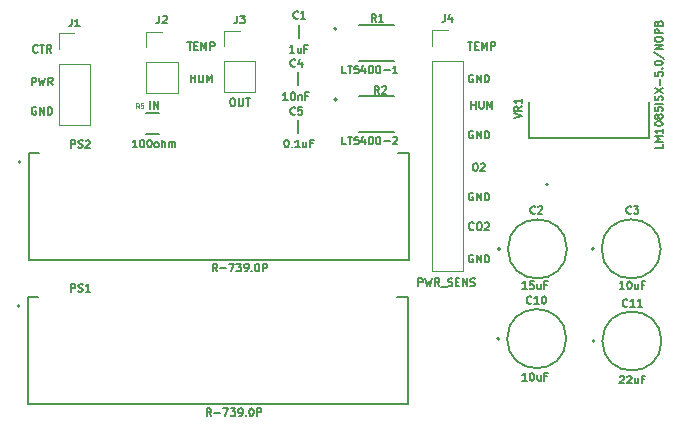
<source format=gbr>
%TF.GenerationSoftware,KiCad,Pcbnew,(6.0.5)*%
%TF.CreationDate,2023-06-19T13:08:36+02:00*%
%TF.ProjectId,PCB_Hoja,5043425f-486f-46a6-912e-6b696361645f,rev?*%
%TF.SameCoordinates,Original*%
%TF.FileFunction,Legend,Top*%
%TF.FilePolarity,Positive*%
%FSLAX46Y46*%
G04 Gerber Fmt 4.6, Leading zero omitted, Abs format (unit mm)*
G04 Created by KiCad (PCBNEW (6.0.5)) date 2023-06-19 13:08:36*
%MOMM*%
%LPD*%
G01*
G04 APERTURE LIST*
%ADD10C,0.150000*%
%ADD11C,0.098425*%
%ADD12C,0.127000*%
%ADD13C,0.200000*%
%ADD14C,0.120000*%
G04 APERTURE END LIST*
D10*
X129053571Y-78794047D02*
X128682142Y-78794047D01*
X128867857Y-78794047D02*
X128867857Y-78144047D01*
X128805952Y-78236904D01*
X128744047Y-78298809D01*
X128682142Y-78329761D01*
X129455952Y-78144047D02*
X129517857Y-78144047D01*
X129579761Y-78175000D01*
X129610714Y-78205952D01*
X129641666Y-78267857D01*
X129672619Y-78391666D01*
X129672619Y-78546428D01*
X129641666Y-78670238D01*
X129610714Y-78732142D01*
X129579761Y-78763095D01*
X129517857Y-78794047D01*
X129455952Y-78794047D01*
X129394047Y-78763095D01*
X129363095Y-78732142D01*
X129332142Y-78670238D01*
X129301190Y-78546428D01*
X129301190Y-78391666D01*
X129332142Y-78267857D01*
X129363095Y-78205952D01*
X129394047Y-78175000D01*
X129455952Y-78144047D01*
X129951190Y-78360714D02*
X129951190Y-78794047D01*
X129951190Y-78422619D02*
X129982142Y-78391666D01*
X130044047Y-78360714D01*
X130136904Y-78360714D01*
X130198809Y-78391666D01*
X130229761Y-78453571D01*
X130229761Y-78794047D01*
X130755952Y-78453571D02*
X130539285Y-78453571D01*
X130539285Y-78794047D02*
X130539285Y-78144047D01*
X130848809Y-78144047D01*
X120852380Y-77294047D02*
X120852380Y-76644047D01*
X120852380Y-76953571D02*
X121223809Y-76953571D01*
X121223809Y-77294047D02*
X121223809Y-76644047D01*
X121533333Y-76644047D02*
X121533333Y-77170238D01*
X121564285Y-77232142D01*
X121595238Y-77263095D01*
X121657142Y-77294047D01*
X121780952Y-77294047D01*
X121842857Y-77263095D01*
X121873809Y-77232142D01*
X121904761Y-77170238D01*
X121904761Y-76644047D01*
X122214285Y-77294047D02*
X122214285Y-76644047D01*
X122430952Y-77108333D01*
X122647619Y-76644047D01*
X122647619Y-77294047D01*
X157182142Y-102205952D02*
X157213095Y-102175000D01*
X157275000Y-102144047D01*
X157429761Y-102144047D01*
X157491666Y-102175000D01*
X157522619Y-102205952D01*
X157553571Y-102267857D01*
X157553571Y-102329761D01*
X157522619Y-102422619D01*
X157151190Y-102794047D01*
X157553571Y-102794047D01*
X157801190Y-102205952D02*
X157832142Y-102175000D01*
X157894047Y-102144047D01*
X158048809Y-102144047D01*
X158110714Y-102175000D01*
X158141666Y-102205952D01*
X158172619Y-102267857D01*
X158172619Y-102329761D01*
X158141666Y-102422619D01*
X157770238Y-102794047D01*
X158172619Y-102794047D01*
X158729761Y-102360714D02*
X158729761Y-102794047D01*
X158451190Y-102360714D02*
X158451190Y-102701190D01*
X158482142Y-102763095D01*
X158544047Y-102794047D01*
X158636904Y-102794047D01*
X158698809Y-102763095D01*
X158729761Y-102732142D01*
X159255952Y-102453571D02*
X159039285Y-102453571D01*
X159039285Y-102794047D02*
X159039285Y-102144047D01*
X159348809Y-102144047D01*
X116295238Y-82794047D02*
X115923809Y-82794047D01*
X116109523Y-82794047D02*
X116109523Y-82144047D01*
X116047619Y-82236904D01*
X115985714Y-82298809D01*
X115923809Y-82329761D01*
X116697619Y-82144047D02*
X116759523Y-82144047D01*
X116821428Y-82175000D01*
X116852380Y-82205952D01*
X116883333Y-82267857D01*
X116914285Y-82391666D01*
X116914285Y-82546428D01*
X116883333Y-82670238D01*
X116852380Y-82732142D01*
X116821428Y-82763095D01*
X116759523Y-82794047D01*
X116697619Y-82794047D01*
X116635714Y-82763095D01*
X116604761Y-82732142D01*
X116573809Y-82670238D01*
X116542857Y-82546428D01*
X116542857Y-82391666D01*
X116573809Y-82267857D01*
X116604761Y-82205952D01*
X116635714Y-82175000D01*
X116697619Y-82144047D01*
X117316666Y-82144047D02*
X117378571Y-82144047D01*
X117440476Y-82175000D01*
X117471428Y-82205952D01*
X117502380Y-82267857D01*
X117533333Y-82391666D01*
X117533333Y-82546428D01*
X117502380Y-82670238D01*
X117471428Y-82732142D01*
X117440476Y-82763095D01*
X117378571Y-82794047D01*
X117316666Y-82794047D01*
X117254761Y-82763095D01*
X117223809Y-82732142D01*
X117192857Y-82670238D01*
X117161904Y-82546428D01*
X117161904Y-82391666D01*
X117192857Y-82267857D01*
X117223809Y-82205952D01*
X117254761Y-82175000D01*
X117316666Y-82144047D01*
X117904761Y-82794047D02*
X117842857Y-82763095D01*
X117811904Y-82732142D01*
X117780952Y-82670238D01*
X117780952Y-82484523D01*
X117811904Y-82422619D01*
X117842857Y-82391666D01*
X117904761Y-82360714D01*
X117997619Y-82360714D01*
X118059523Y-82391666D01*
X118090476Y-82422619D01*
X118121428Y-82484523D01*
X118121428Y-82670238D01*
X118090476Y-82732142D01*
X118059523Y-82763095D01*
X117997619Y-82794047D01*
X117904761Y-82794047D01*
X118400000Y-82794047D02*
X118400000Y-82144047D01*
X118678571Y-82794047D02*
X118678571Y-82453571D01*
X118647619Y-82391666D01*
X118585714Y-82360714D01*
X118492857Y-82360714D01*
X118430952Y-82391666D01*
X118400000Y-82422619D01*
X118988095Y-82794047D02*
X118988095Y-82360714D01*
X118988095Y-82422619D02*
X119019047Y-82391666D01*
X119080952Y-82360714D01*
X119173809Y-82360714D01*
X119235714Y-82391666D01*
X119266666Y-82453571D01*
X119266666Y-82794047D01*
X119266666Y-82453571D02*
X119297619Y-82391666D01*
X119359523Y-82360714D01*
X119452380Y-82360714D01*
X119514285Y-82391666D01*
X119545238Y-82453571D01*
X119545238Y-82794047D01*
X107878571Y-74732142D02*
X107847619Y-74763095D01*
X107754761Y-74794047D01*
X107692857Y-74794047D01*
X107600000Y-74763095D01*
X107538095Y-74701190D01*
X107507142Y-74639285D01*
X107476190Y-74515476D01*
X107476190Y-74422619D01*
X107507142Y-74298809D01*
X107538095Y-74236904D01*
X107600000Y-74175000D01*
X107692857Y-74144047D01*
X107754761Y-74144047D01*
X107847619Y-74175000D01*
X107878571Y-74205952D01*
X108064285Y-74144047D02*
X108435714Y-74144047D01*
X108250000Y-74794047D02*
X108250000Y-74144047D01*
X109023809Y-74794047D02*
X108807142Y-74484523D01*
X108652380Y-74794047D02*
X108652380Y-74144047D01*
X108900000Y-74144047D01*
X108961904Y-74175000D01*
X108992857Y-74205952D01*
X109023809Y-74267857D01*
X109023809Y-74360714D01*
X108992857Y-74422619D01*
X108961904Y-74453571D01*
X108900000Y-74484523D01*
X108652380Y-74484523D01*
X144801190Y-89732142D02*
X144770238Y-89763095D01*
X144677380Y-89794047D01*
X144615476Y-89794047D01*
X144522619Y-89763095D01*
X144460714Y-89701190D01*
X144429761Y-89639285D01*
X144398809Y-89515476D01*
X144398809Y-89422619D01*
X144429761Y-89298809D01*
X144460714Y-89236904D01*
X144522619Y-89175000D01*
X144615476Y-89144047D01*
X144677380Y-89144047D01*
X144770238Y-89175000D01*
X144801190Y-89205952D01*
X145203571Y-89144047D02*
X145327380Y-89144047D01*
X145389285Y-89175000D01*
X145451190Y-89236904D01*
X145482142Y-89360714D01*
X145482142Y-89577380D01*
X145451190Y-89701190D01*
X145389285Y-89763095D01*
X145327380Y-89794047D01*
X145203571Y-89794047D01*
X145141666Y-89763095D01*
X145079761Y-89701190D01*
X145048809Y-89577380D01*
X145048809Y-89360714D01*
X145079761Y-89236904D01*
X145141666Y-89175000D01*
X145203571Y-89144047D01*
X145729761Y-89205952D02*
X145760714Y-89175000D01*
X145822619Y-89144047D01*
X145977380Y-89144047D01*
X146039285Y-89175000D01*
X146070238Y-89205952D01*
X146101190Y-89267857D01*
X146101190Y-89329761D01*
X146070238Y-89422619D01*
X145698809Y-89794047D01*
X146101190Y-89794047D01*
X140132142Y-94544047D02*
X140132142Y-93894047D01*
X140379761Y-93894047D01*
X140441666Y-93925000D01*
X140472619Y-93955952D01*
X140503571Y-94017857D01*
X140503571Y-94110714D01*
X140472619Y-94172619D01*
X140441666Y-94203571D01*
X140379761Y-94234523D01*
X140132142Y-94234523D01*
X140720238Y-93894047D02*
X140875000Y-94544047D01*
X140998809Y-94079761D01*
X141122619Y-94544047D01*
X141277380Y-93894047D01*
X141896428Y-94544047D02*
X141679761Y-94234523D01*
X141525000Y-94544047D02*
X141525000Y-93894047D01*
X141772619Y-93894047D01*
X141834523Y-93925000D01*
X141865476Y-93955952D01*
X141896428Y-94017857D01*
X141896428Y-94110714D01*
X141865476Y-94172619D01*
X141834523Y-94203571D01*
X141772619Y-94234523D01*
X141525000Y-94234523D01*
X142020238Y-94605952D02*
X142515476Y-94605952D01*
X142639285Y-94513095D02*
X142732142Y-94544047D01*
X142886904Y-94544047D01*
X142948809Y-94513095D01*
X142979761Y-94482142D01*
X143010714Y-94420238D01*
X143010714Y-94358333D01*
X142979761Y-94296428D01*
X142948809Y-94265476D01*
X142886904Y-94234523D01*
X142763095Y-94203571D01*
X142701190Y-94172619D01*
X142670238Y-94141666D01*
X142639285Y-94079761D01*
X142639285Y-94017857D01*
X142670238Y-93955952D01*
X142701190Y-93925000D01*
X142763095Y-93894047D01*
X142917857Y-93894047D01*
X143010714Y-93925000D01*
X143289285Y-94203571D02*
X143505952Y-94203571D01*
X143598809Y-94544047D02*
X143289285Y-94544047D01*
X143289285Y-93894047D01*
X143598809Y-93894047D01*
X143877380Y-94544047D02*
X143877380Y-93894047D01*
X144248809Y-94544047D01*
X144248809Y-93894047D01*
X144527380Y-94513095D02*
X144620238Y-94544047D01*
X144775000Y-94544047D01*
X144836904Y-94513095D01*
X144867857Y-94482142D01*
X144898809Y-94420238D01*
X144898809Y-94358333D01*
X144867857Y-94296428D01*
X144836904Y-94265476D01*
X144775000Y-94234523D01*
X144651190Y-94203571D01*
X144589285Y-94172619D01*
X144558333Y-94141666D01*
X144527380Y-94079761D01*
X144527380Y-94017857D01*
X144558333Y-93955952D01*
X144589285Y-93925000D01*
X144651190Y-93894047D01*
X144805952Y-93894047D01*
X144898809Y-93925000D01*
X134003571Y-82544047D02*
X133694047Y-82544047D01*
X133694047Y-81894047D01*
X134127380Y-81894047D02*
X134498809Y-81894047D01*
X134313095Y-82544047D02*
X134313095Y-81894047D01*
X135025000Y-81894047D02*
X134715476Y-81894047D01*
X134684523Y-82203571D01*
X134715476Y-82172619D01*
X134777380Y-82141666D01*
X134932142Y-82141666D01*
X134994047Y-82172619D01*
X135025000Y-82203571D01*
X135055952Y-82265476D01*
X135055952Y-82420238D01*
X135025000Y-82482142D01*
X134994047Y-82513095D01*
X134932142Y-82544047D01*
X134777380Y-82544047D01*
X134715476Y-82513095D01*
X134684523Y-82482142D01*
X135613095Y-82110714D02*
X135613095Y-82544047D01*
X135458333Y-81863095D02*
X135303571Y-82327380D01*
X135705952Y-82327380D01*
X136077380Y-81894047D02*
X136139285Y-81894047D01*
X136201190Y-81925000D01*
X136232142Y-81955952D01*
X136263095Y-82017857D01*
X136294047Y-82141666D01*
X136294047Y-82296428D01*
X136263095Y-82420238D01*
X136232142Y-82482142D01*
X136201190Y-82513095D01*
X136139285Y-82544047D01*
X136077380Y-82544047D01*
X136015476Y-82513095D01*
X135984523Y-82482142D01*
X135953571Y-82420238D01*
X135922619Y-82296428D01*
X135922619Y-82141666D01*
X135953571Y-82017857D01*
X135984523Y-81955952D01*
X136015476Y-81925000D01*
X136077380Y-81894047D01*
X136696428Y-81894047D02*
X136758333Y-81894047D01*
X136820238Y-81925000D01*
X136851190Y-81955952D01*
X136882142Y-82017857D01*
X136913095Y-82141666D01*
X136913095Y-82296428D01*
X136882142Y-82420238D01*
X136851190Y-82482142D01*
X136820238Y-82513095D01*
X136758333Y-82544047D01*
X136696428Y-82544047D01*
X136634523Y-82513095D01*
X136603571Y-82482142D01*
X136572619Y-82420238D01*
X136541666Y-82296428D01*
X136541666Y-82141666D01*
X136572619Y-82017857D01*
X136603571Y-81955952D01*
X136634523Y-81925000D01*
X136696428Y-81894047D01*
X137191666Y-82296428D02*
X137686904Y-82296428D01*
X137965476Y-81955952D02*
X137996428Y-81925000D01*
X138058333Y-81894047D01*
X138213095Y-81894047D01*
X138275000Y-81925000D01*
X138305952Y-81955952D01*
X138336904Y-82017857D01*
X138336904Y-82079761D01*
X138305952Y-82172619D01*
X137934523Y-82544047D01*
X138336904Y-82544047D01*
X129613095Y-74794047D02*
X129241666Y-74794047D01*
X129427380Y-74794047D02*
X129427380Y-74144047D01*
X129365476Y-74236904D01*
X129303571Y-74298809D01*
X129241666Y-74329761D01*
X130170238Y-74360714D02*
X130170238Y-74794047D01*
X129891666Y-74360714D02*
X129891666Y-74701190D01*
X129922619Y-74763095D01*
X129984523Y-74794047D01*
X130077380Y-74794047D01*
X130139285Y-74763095D01*
X130170238Y-74732142D01*
X130696428Y-74453571D02*
X130479761Y-74453571D01*
X130479761Y-74794047D02*
X130479761Y-74144047D01*
X130789285Y-74144047D01*
X128932142Y-82144047D02*
X128994047Y-82144047D01*
X129055952Y-82175000D01*
X129086904Y-82205952D01*
X129117857Y-82267857D01*
X129148809Y-82391666D01*
X129148809Y-82546428D01*
X129117857Y-82670238D01*
X129086904Y-82732142D01*
X129055952Y-82763095D01*
X128994047Y-82794047D01*
X128932142Y-82794047D01*
X128870238Y-82763095D01*
X128839285Y-82732142D01*
X128808333Y-82670238D01*
X128777380Y-82546428D01*
X128777380Y-82391666D01*
X128808333Y-82267857D01*
X128839285Y-82205952D01*
X128870238Y-82175000D01*
X128932142Y-82144047D01*
X129427380Y-82732142D02*
X129458333Y-82763095D01*
X129427380Y-82794047D01*
X129396428Y-82763095D01*
X129427380Y-82732142D01*
X129427380Y-82794047D01*
X130077380Y-82794047D02*
X129705952Y-82794047D01*
X129891666Y-82794047D02*
X129891666Y-82144047D01*
X129829761Y-82236904D01*
X129767857Y-82298809D01*
X129705952Y-82329761D01*
X130634523Y-82360714D02*
X130634523Y-82794047D01*
X130355952Y-82360714D02*
X130355952Y-82701190D01*
X130386904Y-82763095D01*
X130448809Y-82794047D01*
X130541666Y-82794047D01*
X130603571Y-82763095D01*
X130634523Y-82732142D01*
X131160714Y-82453571D02*
X130944047Y-82453571D01*
X130944047Y-82794047D02*
X130944047Y-82144047D01*
X131253571Y-82144047D01*
X149303571Y-102544047D02*
X148932142Y-102544047D01*
X149117857Y-102544047D02*
X149117857Y-101894047D01*
X149055952Y-101986904D01*
X148994047Y-102048809D01*
X148932142Y-102079761D01*
X149705952Y-101894047D02*
X149767857Y-101894047D01*
X149829761Y-101925000D01*
X149860714Y-101955952D01*
X149891666Y-102017857D01*
X149922619Y-102141666D01*
X149922619Y-102296428D01*
X149891666Y-102420238D01*
X149860714Y-102482142D01*
X149829761Y-102513095D01*
X149767857Y-102544047D01*
X149705952Y-102544047D01*
X149644047Y-102513095D01*
X149613095Y-102482142D01*
X149582142Y-102420238D01*
X149551190Y-102296428D01*
X149551190Y-102141666D01*
X149582142Y-102017857D01*
X149613095Y-101955952D01*
X149644047Y-101925000D01*
X149705952Y-101894047D01*
X150479761Y-102110714D02*
X150479761Y-102544047D01*
X150201190Y-102110714D02*
X150201190Y-102451190D01*
X150232142Y-102513095D01*
X150294047Y-102544047D01*
X150386904Y-102544047D01*
X150448809Y-102513095D01*
X150479761Y-102482142D01*
X151005952Y-102203571D02*
X150789285Y-102203571D01*
X150789285Y-102544047D02*
X150789285Y-101894047D01*
X151098809Y-101894047D01*
X144323809Y-73894047D02*
X144695238Y-73894047D01*
X144509523Y-74544047D02*
X144509523Y-73894047D01*
X144911904Y-74203571D02*
X145128571Y-74203571D01*
X145221428Y-74544047D02*
X144911904Y-74544047D01*
X144911904Y-73894047D01*
X145221428Y-73894047D01*
X145500000Y-74544047D02*
X145500000Y-73894047D01*
X145716666Y-74358333D01*
X145933333Y-73894047D01*
X145933333Y-74544047D01*
X146242857Y-74544047D02*
X146242857Y-73894047D01*
X146490476Y-73894047D01*
X146552380Y-73925000D01*
X146583333Y-73955952D01*
X146614285Y-74017857D01*
X146614285Y-74110714D01*
X146583333Y-74172619D01*
X146552380Y-74203571D01*
X146490476Y-74234523D01*
X146242857Y-74234523D01*
X160794047Y-82529761D02*
X160794047Y-82839285D01*
X160144047Y-82839285D01*
X160794047Y-82313095D02*
X160144047Y-82313095D01*
X160608333Y-82096428D01*
X160144047Y-81879761D01*
X160794047Y-81879761D01*
X160794047Y-81229761D02*
X160794047Y-81601190D01*
X160794047Y-81415476D02*
X160144047Y-81415476D01*
X160236904Y-81477380D01*
X160298809Y-81539285D01*
X160329761Y-81601190D01*
X160144047Y-80827380D02*
X160144047Y-80765476D01*
X160175000Y-80703571D01*
X160205952Y-80672619D01*
X160267857Y-80641666D01*
X160391666Y-80610714D01*
X160546428Y-80610714D01*
X160670238Y-80641666D01*
X160732142Y-80672619D01*
X160763095Y-80703571D01*
X160794047Y-80765476D01*
X160794047Y-80827380D01*
X160763095Y-80889285D01*
X160732142Y-80920238D01*
X160670238Y-80951190D01*
X160546428Y-80982142D01*
X160391666Y-80982142D01*
X160267857Y-80951190D01*
X160205952Y-80920238D01*
X160175000Y-80889285D01*
X160144047Y-80827380D01*
X160422619Y-80239285D02*
X160391666Y-80301190D01*
X160360714Y-80332142D01*
X160298809Y-80363095D01*
X160267857Y-80363095D01*
X160205952Y-80332142D01*
X160175000Y-80301190D01*
X160144047Y-80239285D01*
X160144047Y-80115476D01*
X160175000Y-80053571D01*
X160205952Y-80022619D01*
X160267857Y-79991666D01*
X160298809Y-79991666D01*
X160360714Y-80022619D01*
X160391666Y-80053571D01*
X160422619Y-80115476D01*
X160422619Y-80239285D01*
X160453571Y-80301190D01*
X160484523Y-80332142D01*
X160546428Y-80363095D01*
X160670238Y-80363095D01*
X160732142Y-80332142D01*
X160763095Y-80301190D01*
X160794047Y-80239285D01*
X160794047Y-80115476D01*
X160763095Y-80053571D01*
X160732142Y-80022619D01*
X160670238Y-79991666D01*
X160546428Y-79991666D01*
X160484523Y-80022619D01*
X160453571Y-80053571D01*
X160422619Y-80115476D01*
X160144047Y-79403571D02*
X160144047Y-79713095D01*
X160453571Y-79744047D01*
X160422619Y-79713095D01*
X160391666Y-79651190D01*
X160391666Y-79496428D01*
X160422619Y-79434523D01*
X160453571Y-79403571D01*
X160515476Y-79372619D01*
X160670238Y-79372619D01*
X160732142Y-79403571D01*
X160763095Y-79434523D01*
X160794047Y-79496428D01*
X160794047Y-79651190D01*
X160763095Y-79713095D01*
X160732142Y-79744047D01*
X160794047Y-79094047D02*
X160144047Y-79094047D01*
X160763095Y-78815476D02*
X160794047Y-78722619D01*
X160794047Y-78567857D01*
X160763095Y-78505952D01*
X160732142Y-78475000D01*
X160670238Y-78444047D01*
X160608333Y-78444047D01*
X160546428Y-78475000D01*
X160515476Y-78505952D01*
X160484523Y-78567857D01*
X160453571Y-78691666D01*
X160422619Y-78753571D01*
X160391666Y-78784523D01*
X160329761Y-78815476D01*
X160267857Y-78815476D01*
X160205952Y-78784523D01*
X160175000Y-78753571D01*
X160144047Y-78691666D01*
X160144047Y-78536904D01*
X160175000Y-78444047D01*
X160144047Y-78227380D02*
X160794047Y-77794047D01*
X160144047Y-77794047D02*
X160794047Y-78227380D01*
X160546428Y-77546428D02*
X160546428Y-77051190D01*
X160144047Y-76432142D02*
X160144047Y-76741666D01*
X160453571Y-76772619D01*
X160422619Y-76741666D01*
X160391666Y-76679761D01*
X160391666Y-76525000D01*
X160422619Y-76463095D01*
X160453571Y-76432142D01*
X160515476Y-76401190D01*
X160670238Y-76401190D01*
X160732142Y-76432142D01*
X160763095Y-76463095D01*
X160794047Y-76525000D01*
X160794047Y-76679761D01*
X160763095Y-76741666D01*
X160732142Y-76772619D01*
X160732142Y-76122619D02*
X160763095Y-76091666D01*
X160794047Y-76122619D01*
X160763095Y-76153571D01*
X160732142Y-76122619D01*
X160794047Y-76122619D01*
X160144047Y-75689285D02*
X160144047Y-75627380D01*
X160175000Y-75565476D01*
X160205952Y-75534523D01*
X160267857Y-75503571D01*
X160391666Y-75472619D01*
X160546428Y-75472619D01*
X160670238Y-75503571D01*
X160732142Y-75534523D01*
X160763095Y-75565476D01*
X160794047Y-75627380D01*
X160794047Y-75689285D01*
X160763095Y-75751190D01*
X160732142Y-75782142D01*
X160670238Y-75813095D01*
X160546428Y-75844047D01*
X160391666Y-75844047D01*
X160267857Y-75813095D01*
X160205952Y-75782142D01*
X160175000Y-75751190D01*
X160144047Y-75689285D01*
X160113095Y-74729761D02*
X160948809Y-75286904D01*
X160794047Y-74513095D02*
X160144047Y-74513095D01*
X160794047Y-74141666D01*
X160144047Y-74141666D01*
X160144047Y-73708333D02*
X160144047Y-73584523D01*
X160175000Y-73522619D01*
X160236904Y-73460714D01*
X160360714Y-73429761D01*
X160577380Y-73429761D01*
X160701190Y-73460714D01*
X160763095Y-73522619D01*
X160794047Y-73584523D01*
X160794047Y-73708333D01*
X160763095Y-73770238D01*
X160701190Y-73832142D01*
X160577380Y-73863095D01*
X160360714Y-73863095D01*
X160236904Y-73832142D01*
X160175000Y-73770238D01*
X160144047Y-73708333D01*
X160794047Y-73151190D02*
X160144047Y-73151190D01*
X160144047Y-72903571D01*
X160175000Y-72841666D01*
X160205952Y-72810714D01*
X160267857Y-72779761D01*
X160360714Y-72779761D01*
X160422619Y-72810714D01*
X160453571Y-72841666D01*
X160484523Y-72903571D01*
X160484523Y-73151190D01*
X160453571Y-72284523D02*
X160484523Y-72191666D01*
X160515476Y-72160714D01*
X160577380Y-72129761D01*
X160670238Y-72129761D01*
X160732142Y-72160714D01*
X160763095Y-72191666D01*
X160794047Y-72253571D01*
X160794047Y-72501190D01*
X160144047Y-72501190D01*
X160144047Y-72284523D01*
X160175000Y-72222619D01*
X160205952Y-72191666D01*
X160267857Y-72160714D01*
X160329761Y-72160714D01*
X160391666Y-72191666D01*
X160422619Y-72222619D01*
X160453571Y-72284523D01*
X160453571Y-72501190D01*
X124350000Y-78644047D02*
X124473809Y-78644047D01*
X124535714Y-78675000D01*
X124597619Y-78736904D01*
X124628571Y-78860714D01*
X124628571Y-79077380D01*
X124597619Y-79201190D01*
X124535714Y-79263095D01*
X124473809Y-79294047D01*
X124350000Y-79294047D01*
X124288095Y-79263095D01*
X124226190Y-79201190D01*
X124195238Y-79077380D01*
X124195238Y-78860714D01*
X124226190Y-78736904D01*
X124288095Y-78675000D01*
X124350000Y-78644047D01*
X124907142Y-78644047D02*
X124907142Y-79170238D01*
X124938095Y-79232142D01*
X124969047Y-79263095D01*
X125030952Y-79294047D01*
X125154761Y-79294047D01*
X125216666Y-79263095D01*
X125247619Y-79232142D01*
X125278571Y-79170238D01*
X125278571Y-78644047D01*
X125495238Y-78644047D02*
X125866666Y-78644047D01*
X125680952Y-79294047D02*
X125680952Y-78644047D01*
X144602380Y-79544047D02*
X144602380Y-78894047D01*
X144602380Y-79203571D02*
X144973809Y-79203571D01*
X144973809Y-79544047D02*
X144973809Y-78894047D01*
X145283333Y-78894047D02*
X145283333Y-79420238D01*
X145314285Y-79482142D01*
X145345238Y-79513095D01*
X145407142Y-79544047D01*
X145530952Y-79544047D01*
X145592857Y-79513095D01*
X145623809Y-79482142D01*
X145654761Y-79420238D01*
X145654761Y-78894047D01*
X145964285Y-79544047D02*
X145964285Y-78894047D01*
X146180952Y-79358333D01*
X146397619Y-78894047D01*
X146397619Y-79544047D01*
X123080952Y-93294047D02*
X122864285Y-92984523D01*
X122709523Y-93294047D02*
X122709523Y-92644047D01*
X122957142Y-92644047D01*
X123019047Y-92675000D01*
X123050000Y-92705952D01*
X123080952Y-92767857D01*
X123080952Y-92860714D01*
X123050000Y-92922619D01*
X123019047Y-92953571D01*
X122957142Y-92984523D01*
X122709523Y-92984523D01*
X123359523Y-93046428D02*
X123854761Y-93046428D01*
X124102380Y-92644047D02*
X124535714Y-92644047D01*
X124257142Y-93294047D01*
X124721428Y-92644047D02*
X125123809Y-92644047D01*
X124907142Y-92891666D01*
X125000000Y-92891666D01*
X125061904Y-92922619D01*
X125092857Y-92953571D01*
X125123809Y-93015476D01*
X125123809Y-93170238D01*
X125092857Y-93232142D01*
X125061904Y-93263095D01*
X125000000Y-93294047D01*
X124814285Y-93294047D01*
X124752380Y-93263095D01*
X124721428Y-93232142D01*
X125433333Y-93294047D02*
X125557142Y-93294047D01*
X125619047Y-93263095D01*
X125650000Y-93232142D01*
X125711904Y-93139285D01*
X125742857Y-93015476D01*
X125742857Y-92767857D01*
X125711904Y-92705952D01*
X125680952Y-92675000D01*
X125619047Y-92644047D01*
X125495238Y-92644047D01*
X125433333Y-92675000D01*
X125402380Y-92705952D01*
X125371428Y-92767857D01*
X125371428Y-92922619D01*
X125402380Y-92984523D01*
X125433333Y-93015476D01*
X125495238Y-93046428D01*
X125619047Y-93046428D01*
X125680952Y-93015476D01*
X125711904Y-92984523D01*
X125742857Y-92922619D01*
X126021428Y-93232142D02*
X126052380Y-93263095D01*
X126021428Y-93294047D01*
X125990476Y-93263095D01*
X126021428Y-93232142D01*
X126021428Y-93294047D01*
X126454761Y-92644047D02*
X126516666Y-92644047D01*
X126578571Y-92675000D01*
X126609523Y-92705952D01*
X126640476Y-92767857D01*
X126671428Y-92891666D01*
X126671428Y-93046428D01*
X126640476Y-93170238D01*
X126609523Y-93232142D01*
X126578571Y-93263095D01*
X126516666Y-93294047D01*
X126454761Y-93294047D01*
X126392857Y-93263095D01*
X126361904Y-93232142D01*
X126330952Y-93170238D01*
X126300000Y-93046428D01*
X126300000Y-92891666D01*
X126330952Y-92767857D01*
X126361904Y-92705952D01*
X126392857Y-92675000D01*
X126454761Y-92644047D01*
X126950000Y-93294047D02*
X126950000Y-92644047D01*
X127197619Y-92644047D01*
X127259523Y-92675000D01*
X127290476Y-92705952D01*
X127321428Y-92767857D01*
X127321428Y-92860714D01*
X127290476Y-92922619D01*
X127259523Y-92953571D01*
X127197619Y-92984523D01*
X126950000Y-92984523D01*
X144754761Y-86675000D02*
X144692857Y-86644047D01*
X144600000Y-86644047D01*
X144507142Y-86675000D01*
X144445238Y-86736904D01*
X144414285Y-86798809D01*
X144383333Y-86922619D01*
X144383333Y-87015476D01*
X144414285Y-87139285D01*
X144445238Y-87201190D01*
X144507142Y-87263095D01*
X144600000Y-87294047D01*
X144661904Y-87294047D01*
X144754761Y-87263095D01*
X144785714Y-87232142D01*
X144785714Y-87015476D01*
X144661904Y-87015476D01*
X145064285Y-87294047D02*
X145064285Y-86644047D01*
X145435714Y-87294047D01*
X145435714Y-86644047D01*
X145745238Y-87294047D02*
X145745238Y-86644047D01*
X145900000Y-86644047D01*
X145992857Y-86675000D01*
X146054761Y-86736904D01*
X146085714Y-86798809D01*
X146116666Y-86922619D01*
X146116666Y-87015476D01*
X146085714Y-87139285D01*
X146054761Y-87201190D01*
X145992857Y-87263095D01*
X145900000Y-87294047D01*
X145745238Y-87294047D01*
X144754761Y-91925000D02*
X144692857Y-91894047D01*
X144600000Y-91894047D01*
X144507142Y-91925000D01*
X144445238Y-91986904D01*
X144414285Y-92048809D01*
X144383333Y-92172619D01*
X144383333Y-92265476D01*
X144414285Y-92389285D01*
X144445238Y-92451190D01*
X144507142Y-92513095D01*
X144600000Y-92544047D01*
X144661904Y-92544047D01*
X144754761Y-92513095D01*
X144785714Y-92482142D01*
X144785714Y-92265476D01*
X144661904Y-92265476D01*
X145064285Y-92544047D02*
X145064285Y-91894047D01*
X145435714Y-92544047D01*
X145435714Y-91894047D01*
X145745238Y-92544047D02*
X145745238Y-91894047D01*
X145900000Y-91894047D01*
X145992857Y-91925000D01*
X146054761Y-91986904D01*
X146085714Y-92048809D01*
X146116666Y-92172619D01*
X146116666Y-92265476D01*
X146085714Y-92389285D01*
X146054761Y-92451190D01*
X145992857Y-92513095D01*
X145900000Y-92544047D01*
X145745238Y-92544047D01*
X157553571Y-94794047D02*
X157182142Y-94794047D01*
X157367857Y-94794047D02*
X157367857Y-94144047D01*
X157305952Y-94236904D01*
X157244047Y-94298809D01*
X157182142Y-94329761D01*
X157955952Y-94144047D02*
X158017857Y-94144047D01*
X158079761Y-94175000D01*
X158110714Y-94205952D01*
X158141666Y-94267857D01*
X158172619Y-94391666D01*
X158172619Y-94546428D01*
X158141666Y-94670238D01*
X158110714Y-94732142D01*
X158079761Y-94763095D01*
X158017857Y-94794047D01*
X157955952Y-94794047D01*
X157894047Y-94763095D01*
X157863095Y-94732142D01*
X157832142Y-94670238D01*
X157801190Y-94546428D01*
X157801190Y-94391666D01*
X157832142Y-94267857D01*
X157863095Y-94205952D01*
X157894047Y-94175000D01*
X157955952Y-94144047D01*
X158729761Y-94360714D02*
X158729761Y-94794047D01*
X158451190Y-94360714D02*
X158451190Y-94701190D01*
X158482142Y-94763095D01*
X158544047Y-94794047D01*
X158636904Y-94794047D01*
X158698809Y-94763095D01*
X158729761Y-94732142D01*
X159255952Y-94453571D02*
X159039285Y-94453571D01*
X159039285Y-94794047D02*
X159039285Y-94144047D01*
X159348809Y-94144047D01*
X149303571Y-94794047D02*
X148932142Y-94794047D01*
X149117857Y-94794047D02*
X149117857Y-94144047D01*
X149055952Y-94236904D01*
X148994047Y-94298809D01*
X148932142Y-94329761D01*
X149891666Y-94144047D02*
X149582142Y-94144047D01*
X149551190Y-94453571D01*
X149582142Y-94422619D01*
X149644047Y-94391666D01*
X149798809Y-94391666D01*
X149860714Y-94422619D01*
X149891666Y-94453571D01*
X149922619Y-94515476D01*
X149922619Y-94670238D01*
X149891666Y-94732142D01*
X149860714Y-94763095D01*
X149798809Y-94794047D01*
X149644047Y-94794047D01*
X149582142Y-94763095D01*
X149551190Y-94732142D01*
X150479761Y-94360714D02*
X150479761Y-94794047D01*
X150201190Y-94360714D02*
X150201190Y-94701190D01*
X150232142Y-94763095D01*
X150294047Y-94794047D01*
X150386904Y-94794047D01*
X150448809Y-94763095D01*
X150479761Y-94732142D01*
X151005952Y-94453571D02*
X150789285Y-94453571D01*
X150789285Y-94794047D02*
X150789285Y-94144047D01*
X151098809Y-94144047D01*
X107383333Y-77544047D02*
X107383333Y-76894047D01*
X107630952Y-76894047D01*
X107692857Y-76925000D01*
X107723809Y-76955952D01*
X107754761Y-77017857D01*
X107754761Y-77110714D01*
X107723809Y-77172619D01*
X107692857Y-77203571D01*
X107630952Y-77234523D01*
X107383333Y-77234523D01*
X107971428Y-76894047D02*
X108126190Y-77544047D01*
X108250000Y-77079761D01*
X108373809Y-77544047D01*
X108528571Y-76894047D01*
X109147619Y-77544047D02*
X108930952Y-77234523D01*
X108776190Y-77544047D02*
X108776190Y-76894047D01*
X109023809Y-76894047D01*
X109085714Y-76925000D01*
X109116666Y-76955952D01*
X109147619Y-77017857D01*
X109147619Y-77110714D01*
X109116666Y-77172619D01*
X109085714Y-77203571D01*
X109023809Y-77234523D01*
X108776190Y-77234523D01*
X122580952Y-105544047D02*
X122364285Y-105234523D01*
X122209523Y-105544047D02*
X122209523Y-104894047D01*
X122457142Y-104894047D01*
X122519047Y-104925000D01*
X122550000Y-104955952D01*
X122580952Y-105017857D01*
X122580952Y-105110714D01*
X122550000Y-105172619D01*
X122519047Y-105203571D01*
X122457142Y-105234523D01*
X122209523Y-105234523D01*
X122859523Y-105296428D02*
X123354761Y-105296428D01*
X123602380Y-104894047D02*
X124035714Y-104894047D01*
X123757142Y-105544047D01*
X124221428Y-104894047D02*
X124623809Y-104894047D01*
X124407142Y-105141666D01*
X124500000Y-105141666D01*
X124561904Y-105172619D01*
X124592857Y-105203571D01*
X124623809Y-105265476D01*
X124623809Y-105420238D01*
X124592857Y-105482142D01*
X124561904Y-105513095D01*
X124500000Y-105544047D01*
X124314285Y-105544047D01*
X124252380Y-105513095D01*
X124221428Y-105482142D01*
X124933333Y-105544047D02*
X125057142Y-105544047D01*
X125119047Y-105513095D01*
X125150000Y-105482142D01*
X125211904Y-105389285D01*
X125242857Y-105265476D01*
X125242857Y-105017857D01*
X125211904Y-104955952D01*
X125180952Y-104925000D01*
X125119047Y-104894047D01*
X124995238Y-104894047D01*
X124933333Y-104925000D01*
X124902380Y-104955952D01*
X124871428Y-105017857D01*
X124871428Y-105172619D01*
X124902380Y-105234523D01*
X124933333Y-105265476D01*
X124995238Y-105296428D01*
X125119047Y-105296428D01*
X125180952Y-105265476D01*
X125211904Y-105234523D01*
X125242857Y-105172619D01*
X125521428Y-105482142D02*
X125552380Y-105513095D01*
X125521428Y-105544047D01*
X125490476Y-105513095D01*
X125521428Y-105482142D01*
X125521428Y-105544047D01*
X125954761Y-104894047D02*
X126016666Y-104894047D01*
X126078571Y-104925000D01*
X126109523Y-104955952D01*
X126140476Y-105017857D01*
X126171428Y-105141666D01*
X126171428Y-105296428D01*
X126140476Y-105420238D01*
X126109523Y-105482142D01*
X126078571Y-105513095D01*
X126016666Y-105544047D01*
X125954761Y-105544047D01*
X125892857Y-105513095D01*
X125861904Y-105482142D01*
X125830952Y-105420238D01*
X125800000Y-105296428D01*
X125800000Y-105141666D01*
X125830952Y-105017857D01*
X125861904Y-104955952D01*
X125892857Y-104925000D01*
X125954761Y-104894047D01*
X126450000Y-105544047D02*
X126450000Y-104894047D01*
X126697619Y-104894047D01*
X126759523Y-104925000D01*
X126790476Y-104955952D01*
X126821428Y-105017857D01*
X126821428Y-105110714D01*
X126790476Y-105172619D01*
X126759523Y-105203571D01*
X126697619Y-105234523D01*
X126450000Y-105234523D01*
X120573809Y-73894047D02*
X120945238Y-73894047D01*
X120759523Y-74544047D02*
X120759523Y-73894047D01*
X121161904Y-74203571D02*
X121378571Y-74203571D01*
X121471428Y-74544047D02*
X121161904Y-74544047D01*
X121161904Y-73894047D01*
X121471428Y-73894047D01*
X121750000Y-74544047D02*
X121750000Y-73894047D01*
X121966666Y-74358333D01*
X122183333Y-73894047D01*
X122183333Y-74544047D01*
X122492857Y-74544047D02*
X122492857Y-73894047D01*
X122740476Y-73894047D01*
X122802380Y-73925000D01*
X122833333Y-73955952D01*
X122864285Y-74017857D01*
X122864285Y-74110714D01*
X122833333Y-74172619D01*
X122802380Y-74203571D01*
X122740476Y-74234523D01*
X122492857Y-74234523D01*
X144878571Y-84144047D02*
X145002380Y-84144047D01*
X145064285Y-84175000D01*
X145126190Y-84236904D01*
X145157142Y-84360714D01*
X145157142Y-84577380D01*
X145126190Y-84701190D01*
X145064285Y-84763095D01*
X145002380Y-84794047D01*
X144878571Y-84794047D01*
X144816666Y-84763095D01*
X144754761Y-84701190D01*
X144723809Y-84577380D01*
X144723809Y-84360714D01*
X144754761Y-84236904D01*
X144816666Y-84175000D01*
X144878571Y-84144047D01*
X145404761Y-84205952D02*
X145435714Y-84175000D01*
X145497619Y-84144047D01*
X145652380Y-84144047D01*
X145714285Y-84175000D01*
X145745238Y-84205952D01*
X145776190Y-84267857D01*
X145776190Y-84329761D01*
X145745238Y-84422619D01*
X145373809Y-84794047D01*
X145776190Y-84794047D01*
X117409523Y-79544047D02*
X117409523Y-78894047D01*
X117719047Y-79544047D02*
X117719047Y-78894047D01*
X118090476Y-79544047D01*
X118090476Y-78894047D01*
X144754761Y-76675000D02*
X144692857Y-76644047D01*
X144600000Y-76644047D01*
X144507142Y-76675000D01*
X144445238Y-76736904D01*
X144414285Y-76798809D01*
X144383333Y-76922619D01*
X144383333Y-77015476D01*
X144414285Y-77139285D01*
X144445238Y-77201190D01*
X144507142Y-77263095D01*
X144600000Y-77294047D01*
X144661904Y-77294047D01*
X144754761Y-77263095D01*
X144785714Y-77232142D01*
X144785714Y-77015476D01*
X144661904Y-77015476D01*
X145064285Y-77294047D02*
X145064285Y-76644047D01*
X145435714Y-77294047D01*
X145435714Y-76644047D01*
X145745238Y-77294047D02*
X145745238Y-76644047D01*
X145900000Y-76644047D01*
X145992857Y-76675000D01*
X146054761Y-76736904D01*
X146085714Y-76798809D01*
X146116666Y-76922619D01*
X146116666Y-77015476D01*
X146085714Y-77139285D01*
X146054761Y-77201190D01*
X145992857Y-77263095D01*
X145900000Y-77294047D01*
X145745238Y-77294047D01*
X134003571Y-76544047D02*
X133694047Y-76544047D01*
X133694047Y-75894047D01*
X134127380Y-75894047D02*
X134498809Y-75894047D01*
X134313095Y-76544047D02*
X134313095Y-75894047D01*
X135025000Y-75894047D02*
X134715476Y-75894047D01*
X134684523Y-76203571D01*
X134715476Y-76172619D01*
X134777380Y-76141666D01*
X134932142Y-76141666D01*
X134994047Y-76172619D01*
X135025000Y-76203571D01*
X135055952Y-76265476D01*
X135055952Y-76420238D01*
X135025000Y-76482142D01*
X134994047Y-76513095D01*
X134932142Y-76544047D01*
X134777380Y-76544047D01*
X134715476Y-76513095D01*
X134684523Y-76482142D01*
X135613095Y-76110714D02*
X135613095Y-76544047D01*
X135458333Y-75863095D02*
X135303571Y-76327380D01*
X135705952Y-76327380D01*
X136077380Y-75894047D02*
X136139285Y-75894047D01*
X136201190Y-75925000D01*
X136232142Y-75955952D01*
X136263095Y-76017857D01*
X136294047Y-76141666D01*
X136294047Y-76296428D01*
X136263095Y-76420238D01*
X136232142Y-76482142D01*
X136201190Y-76513095D01*
X136139285Y-76544047D01*
X136077380Y-76544047D01*
X136015476Y-76513095D01*
X135984523Y-76482142D01*
X135953571Y-76420238D01*
X135922619Y-76296428D01*
X135922619Y-76141666D01*
X135953571Y-76017857D01*
X135984523Y-75955952D01*
X136015476Y-75925000D01*
X136077380Y-75894047D01*
X136696428Y-75894047D02*
X136758333Y-75894047D01*
X136820238Y-75925000D01*
X136851190Y-75955952D01*
X136882142Y-76017857D01*
X136913095Y-76141666D01*
X136913095Y-76296428D01*
X136882142Y-76420238D01*
X136851190Y-76482142D01*
X136820238Y-76513095D01*
X136758333Y-76544047D01*
X136696428Y-76544047D01*
X136634523Y-76513095D01*
X136603571Y-76482142D01*
X136572619Y-76420238D01*
X136541666Y-76296428D01*
X136541666Y-76141666D01*
X136572619Y-76017857D01*
X136603571Y-75955952D01*
X136634523Y-75925000D01*
X136696428Y-75894047D01*
X137191666Y-76296428D02*
X137686904Y-76296428D01*
X138336904Y-76544047D02*
X137965476Y-76544047D01*
X138151190Y-76544047D02*
X138151190Y-75894047D01*
X138089285Y-75986904D01*
X138027380Y-76048809D01*
X137965476Y-76079761D01*
X107754761Y-79425000D02*
X107692857Y-79394047D01*
X107600000Y-79394047D01*
X107507142Y-79425000D01*
X107445238Y-79486904D01*
X107414285Y-79548809D01*
X107383333Y-79672619D01*
X107383333Y-79765476D01*
X107414285Y-79889285D01*
X107445238Y-79951190D01*
X107507142Y-80013095D01*
X107600000Y-80044047D01*
X107661904Y-80044047D01*
X107754761Y-80013095D01*
X107785714Y-79982142D01*
X107785714Y-79765476D01*
X107661904Y-79765476D01*
X108064285Y-80044047D02*
X108064285Y-79394047D01*
X108435714Y-80044047D01*
X108435714Y-79394047D01*
X108745238Y-80044047D02*
X108745238Y-79394047D01*
X108900000Y-79394047D01*
X108992857Y-79425000D01*
X109054761Y-79486904D01*
X109085714Y-79548809D01*
X109116666Y-79672619D01*
X109116666Y-79765476D01*
X109085714Y-79889285D01*
X109054761Y-79951190D01*
X108992857Y-80013095D01*
X108900000Y-80044047D01*
X108745238Y-80044047D01*
X144754761Y-81425000D02*
X144692857Y-81394047D01*
X144600000Y-81394047D01*
X144507142Y-81425000D01*
X144445238Y-81486904D01*
X144414285Y-81548809D01*
X144383333Y-81672619D01*
X144383333Y-81765476D01*
X144414285Y-81889285D01*
X144445238Y-81951190D01*
X144507142Y-82013095D01*
X144600000Y-82044047D01*
X144661904Y-82044047D01*
X144754761Y-82013095D01*
X144785714Y-81982142D01*
X144785714Y-81765476D01*
X144661904Y-81765476D01*
X145064285Y-82044047D02*
X145064285Y-81394047D01*
X145435714Y-82044047D01*
X145435714Y-81394047D01*
X145745238Y-82044047D02*
X145745238Y-81394047D01*
X145900000Y-81394047D01*
X145992857Y-81425000D01*
X146054761Y-81486904D01*
X146085714Y-81548809D01*
X146116666Y-81672619D01*
X146116666Y-81765476D01*
X146085714Y-81889285D01*
X146054761Y-81951190D01*
X145992857Y-82013095D01*
X145900000Y-82044047D01*
X145745238Y-82044047D01*
%TO.C,VR1*%
X148234047Y-80353190D02*
X148884047Y-80136523D01*
X148234047Y-79919857D01*
X148884047Y-79331761D02*
X148574523Y-79548428D01*
X148884047Y-79703190D02*
X148234047Y-79703190D01*
X148234047Y-79455571D01*
X148265000Y-79393666D01*
X148295952Y-79362714D01*
X148357857Y-79331761D01*
X148450714Y-79331761D01*
X148512619Y-79362714D01*
X148543571Y-79393666D01*
X148574523Y-79455571D01*
X148574523Y-79703190D01*
X148884047Y-78712714D02*
X148884047Y-79084142D01*
X148884047Y-78898428D02*
X148234047Y-78898428D01*
X148326904Y-78960333D01*
X148388809Y-79022238D01*
X148419761Y-79084142D01*
D11*
%TO.C,R5*%
X116474383Y-79478102D02*
X116343149Y-79290626D01*
X116249411Y-79478102D02*
X116249411Y-79084401D01*
X116399392Y-79084401D01*
X116436887Y-79103149D01*
X116455635Y-79121897D01*
X116474383Y-79159392D01*
X116474383Y-79215635D01*
X116455635Y-79253130D01*
X116436887Y-79271878D01*
X116399392Y-79290626D01*
X116249411Y-79290626D01*
X116830588Y-79084401D02*
X116643112Y-79084401D01*
X116624364Y-79271878D01*
X116643112Y-79253130D01*
X116680607Y-79234383D01*
X116774345Y-79234383D01*
X116811841Y-79253130D01*
X116830588Y-79271878D01*
X116849336Y-79309373D01*
X116849336Y-79403112D01*
X116830588Y-79440607D01*
X116811841Y-79459355D01*
X116774345Y-79478102D01*
X116680607Y-79478102D01*
X116643112Y-79459355D01*
X116624364Y-79440607D01*
D10*
%TO.C,R2*%
X136797666Y-78272047D02*
X136581000Y-77962523D01*
X136426238Y-78272047D02*
X136426238Y-77622047D01*
X136673857Y-77622047D01*
X136735761Y-77653000D01*
X136766714Y-77683952D01*
X136797666Y-77745857D01*
X136797666Y-77838714D01*
X136766714Y-77900619D01*
X136735761Y-77931571D01*
X136673857Y-77962523D01*
X136426238Y-77962523D01*
X137045285Y-77683952D02*
X137076238Y-77653000D01*
X137138142Y-77622047D01*
X137292904Y-77622047D01*
X137354809Y-77653000D01*
X137385761Y-77683952D01*
X137416714Y-77745857D01*
X137416714Y-77807761D01*
X137385761Y-77900619D01*
X137014333Y-78272047D01*
X137416714Y-78272047D01*
%TO.C,R1*%
X136543666Y-72176047D02*
X136327000Y-71866523D01*
X136172238Y-72176047D02*
X136172238Y-71526047D01*
X136419857Y-71526047D01*
X136481761Y-71557000D01*
X136512714Y-71587952D01*
X136543666Y-71649857D01*
X136543666Y-71742714D01*
X136512714Y-71804619D01*
X136481761Y-71835571D01*
X136419857Y-71866523D01*
X136172238Y-71866523D01*
X137162714Y-72176047D02*
X136791285Y-72176047D01*
X136977000Y-72176047D02*
X136977000Y-71526047D01*
X136915095Y-71618904D01*
X136853190Y-71680809D01*
X136791285Y-71711761D01*
%TO.C,PS2*%
X110716714Y-82844047D02*
X110716714Y-82194047D01*
X110964333Y-82194047D01*
X111026238Y-82225000D01*
X111057190Y-82255952D01*
X111088142Y-82317857D01*
X111088142Y-82410714D01*
X111057190Y-82472619D01*
X111026238Y-82503571D01*
X110964333Y-82534523D01*
X110716714Y-82534523D01*
X111335761Y-82813095D02*
X111428619Y-82844047D01*
X111583380Y-82844047D01*
X111645285Y-82813095D01*
X111676238Y-82782142D01*
X111707190Y-82720238D01*
X111707190Y-82658333D01*
X111676238Y-82596428D01*
X111645285Y-82565476D01*
X111583380Y-82534523D01*
X111459571Y-82503571D01*
X111397666Y-82472619D01*
X111366714Y-82441666D01*
X111335761Y-82379761D01*
X111335761Y-82317857D01*
X111366714Y-82255952D01*
X111397666Y-82225000D01*
X111459571Y-82194047D01*
X111614333Y-82194047D01*
X111707190Y-82225000D01*
X111954809Y-82255952D02*
X111985761Y-82225000D01*
X112047666Y-82194047D01*
X112202428Y-82194047D01*
X112264333Y-82225000D01*
X112295285Y-82255952D01*
X112326238Y-82317857D01*
X112326238Y-82379761D01*
X112295285Y-82472619D01*
X111923857Y-82844047D01*
X112326238Y-82844047D01*
%TO.C,PS1*%
X110716714Y-95036047D02*
X110716714Y-94386047D01*
X110964333Y-94386047D01*
X111026238Y-94417000D01*
X111057190Y-94447952D01*
X111088142Y-94509857D01*
X111088142Y-94602714D01*
X111057190Y-94664619D01*
X111026238Y-94695571D01*
X110964333Y-94726523D01*
X110716714Y-94726523D01*
X111335761Y-95005095D02*
X111428619Y-95036047D01*
X111583380Y-95036047D01*
X111645285Y-95005095D01*
X111676238Y-94974142D01*
X111707190Y-94912238D01*
X111707190Y-94850333D01*
X111676238Y-94788428D01*
X111645285Y-94757476D01*
X111583380Y-94726523D01*
X111459571Y-94695571D01*
X111397666Y-94664619D01*
X111366714Y-94633666D01*
X111335761Y-94571761D01*
X111335761Y-94509857D01*
X111366714Y-94447952D01*
X111397666Y-94417000D01*
X111459571Y-94386047D01*
X111614333Y-94386047D01*
X111707190Y-94417000D01*
X112326238Y-95036047D02*
X111954809Y-95036047D01*
X112140523Y-95036047D02*
X112140523Y-94386047D01*
X112078619Y-94478904D01*
X112016714Y-94540809D01*
X111954809Y-94571761D01*
%TO.C,C11*%
X157824142Y-96244142D02*
X157793190Y-96275095D01*
X157700333Y-96306047D01*
X157638428Y-96306047D01*
X157545571Y-96275095D01*
X157483666Y-96213190D01*
X157452714Y-96151285D01*
X157421761Y-96027476D01*
X157421761Y-95934619D01*
X157452714Y-95810809D01*
X157483666Y-95748904D01*
X157545571Y-95687000D01*
X157638428Y-95656047D01*
X157700333Y-95656047D01*
X157793190Y-95687000D01*
X157824142Y-95717952D01*
X158443190Y-96306047D02*
X158071761Y-96306047D01*
X158257476Y-96306047D02*
X158257476Y-95656047D01*
X158195571Y-95748904D01*
X158133666Y-95810809D01*
X158071761Y-95841761D01*
X159062238Y-96306047D02*
X158690809Y-96306047D01*
X158876523Y-96306047D02*
X158876523Y-95656047D01*
X158814619Y-95748904D01*
X158752714Y-95810809D01*
X158690809Y-95841761D01*
%TO.C,C10*%
X149696142Y-95990142D02*
X149665190Y-96021095D01*
X149572333Y-96052047D01*
X149510428Y-96052047D01*
X149417571Y-96021095D01*
X149355666Y-95959190D01*
X149324714Y-95897285D01*
X149293761Y-95773476D01*
X149293761Y-95680619D01*
X149324714Y-95556809D01*
X149355666Y-95494904D01*
X149417571Y-95433000D01*
X149510428Y-95402047D01*
X149572333Y-95402047D01*
X149665190Y-95433000D01*
X149696142Y-95463952D01*
X150315190Y-96052047D02*
X149943761Y-96052047D01*
X150129476Y-96052047D02*
X150129476Y-95402047D01*
X150067571Y-95494904D01*
X150005666Y-95556809D01*
X149943761Y-95587761D01*
X150717571Y-95402047D02*
X150779476Y-95402047D01*
X150841380Y-95433000D01*
X150872333Y-95463952D01*
X150903285Y-95525857D01*
X150934238Y-95649666D01*
X150934238Y-95804428D01*
X150903285Y-95928238D01*
X150872333Y-95990142D01*
X150841380Y-96021095D01*
X150779476Y-96052047D01*
X150717571Y-96052047D01*
X150655666Y-96021095D01*
X150624714Y-95990142D01*
X150593761Y-95928238D01*
X150562809Y-95804428D01*
X150562809Y-95649666D01*
X150593761Y-95525857D01*
X150624714Y-95463952D01*
X150655666Y-95433000D01*
X150717571Y-95402047D01*
%TO.C,C5*%
X129685666Y-79988142D02*
X129654714Y-80019095D01*
X129561857Y-80050047D01*
X129499952Y-80050047D01*
X129407095Y-80019095D01*
X129345190Y-79957190D01*
X129314238Y-79895285D01*
X129283285Y-79771476D01*
X129283285Y-79678619D01*
X129314238Y-79554809D01*
X129345190Y-79492904D01*
X129407095Y-79431000D01*
X129499952Y-79400047D01*
X129561857Y-79400047D01*
X129654714Y-79431000D01*
X129685666Y-79461952D01*
X130273761Y-79400047D02*
X129964238Y-79400047D01*
X129933285Y-79709571D01*
X129964238Y-79678619D01*
X130026142Y-79647666D01*
X130180904Y-79647666D01*
X130242809Y-79678619D01*
X130273761Y-79709571D01*
X130304714Y-79771476D01*
X130304714Y-79926238D01*
X130273761Y-79988142D01*
X130242809Y-80019095D01*
X130180904Y-80050047D01*
X130026142Y-80050047D01*
X129964238Y-80019095D01*
X129933285Y-79988142D01*
%TO.C,C4*%
X129685666Y-75924142D02*
X129654714Y-75955095D01*
X129561857Y-75986047D01*
X129499952Y-75986047D01*
X129407095Y-75955095D01*
X129345190Y-75893190D01*
X129314238Y-75831285D01*
X129283285Y-75707476D01*
X129283285Y-75614619D01*
X129314238Y-75490809D01*
X129345190Y-75428904D01*
X129407095Y-75367000D01*
X129499952Y-75336047D01*
X129561857Y-75336047D01*
X129654714Y-75367000D01*
X129685666Y-75397952D01*
X130242809Y-75552714D02*
X130242809Y-75986047D01*
X130088047Y-75305095D02*
X129933285Y-75769380D01*
X130335666Y-75769380D01*
%TO.C,C3*%
X158133666Y-88370142D02*
X158102714Y-88401095D01*
X158009857Y-88432047D01*
X157947952Y-88432047D01*
X157855095Y-88401095D01*
X157793190Y-88339190D01*
X157762238Y-88277285D01*
X157731285Y-88153476D01*
X157731285Y-88060619D01*
X157762238Y-87936809D01*
X157793190Y-87874904D01*
X157855095Y-87813000D01*
X157947952Y-87782047D01*
X158009857Y-87782047D01*
X158102714Y-87813000D01*
X158133666Y-87843952D01*
X158350333Y-87782047D02*
X158752714Y-87782047D01*
X158536047Y-88029666D01*
X158628904Y-88029666D01*
X158690809Y-88060619D01*
X158721761Y-88091571D01*
X158752714Y-88153476D01*
X158752714Y-88308238D01*
X158721761Y-88370142D01*
X158690809Y-88401095D01*
X158628904Y-88432047D01*
X158443190Y-88432047D01*
X158381285Y-88401095D01*
X158350333Y-88370142D01*
%TO.C,C2*%
X150005666Y-88370142D02*
X149974714Y-88401095D01*
X149881857Y-88432047D01*
X149819952Y-88432047D01*
X149727095Y-88401095D01*
X149665190Y-88339190D01*
X149634238Y-88277285D01*
X149603285Y-88153476D01*
X149603285Y-88060619D01*
X149634238Y-87936809D01*
X149665190Y-87874904D01*
X149727095Y-87813000D01*
X149819952Y-87782047D01*
X149881857Y-87782047D01*
X149974714Y-87813000D01*
X150005666Y-87843952D01*
X150253285Y-87843952D02*
X150284238Y-87813000D01*
X150346142Y-87782047D01*
X150500904Y-87782047D01*
X150562809Y-87813000D01*
X150593761Y-87843952D01*
X150624714Y-87905857D01*
X150624714Y-87967761D01*
X150593761Y-88060619D01*
X150222333Y-88432047D01*
X150624714Y-88432047D01*
%TO.C,C1*%
X129939666Y-71860142D02*
X129908714Y-71891095D01*
X129815857Y-71922047D01*
X129753952Y-71922047D01*
X129661095Y-71891095D01*
X129599190Y-71829190D01*
X129568238Y-71767285D01*
X129537285Y-71643476D01*
X129537285Y-71550619D01*
X129568238Y-71426809D01*
X129599190Y-71364904D01*
X129661095Y-71303000D01*
X129753952Y-71272047D01*
X129815857Y-71272047D01*
X129908714Y-71303000D01*
X129939666Y-71333952D01*
X130558714Y-71922047D02*
X130187285Y-71922047D01*
X130373000Y-71922047D02*
X130373000Y-71272047D01*
X130311095Y-71364904D01*
X130249190Y-71426809D01*
X130187285Y-71457761D01*
%TO.C,J3*%
X124783333Y-71644047D02*
X124783333Y-72108333D01*
X124752380Y-72201190D01*
X124690476Y-72263095D01*
X124597619Y-72294047D01*
X124535714Y-72294047D01*
X125030952Y-71644047D02*
X125433333Y-71644047D01*
X125216666Y-71891666D01*
X125309523Y-71891666D01*
X125371428Y-71922619D01*
X125402380Y-71953571D01*
X125433333Y-72015476D01*
X125433333Y-72170238D01*
X125402380Y-72232142D01*
X125371428Y-72263095D01*
X125309523Y-72294047D01*
X125123809Y-72294047D01*
X125061904Y-72263095D01*
X125030952Y-72232142D01*
%TO.C,J1*%
X110783333Y-71894047D02*
X110783333Y-72358333D01*
X110752380Y-72451190D01*
X110690476Y-72513095D01*
X110597619Y-72544047D01*
X110535714Y-72544047D01*
X111433333Y-72544047D02*
X111061904Y-72544047D01*
X111247619Y-72544047D02*
X111247619Y-71894047D01*
X111185714Y-71986904D01*
X111123809Y-72048809D01*
X111061904Y-72079761D01*
%TO.C,J2*%
X118183333Y-71644047D02*
X118183333Y-72108333D01*
X118152380Y-72201190D01*
X118090476Y-72263095D01*
X117997619Y-72294047D01*
X117935714Y-72294047D01*
X118461904Y-71705952D02*
X118492857Y-71675000D01*
X118554761Y-71644047D01*
X118709523Y-71644047D01*
X118771428Y-71675000D01*
X118802380Y-71705952D01*
X118833333Y-71767857D01*
X118833333Y-71829761D01*
X118802380Y-71922619D01*
X118430952Y-72294047D01*
X118833333Y-72294047D01*
%TO.C,J4*%
X142383333Y-71514047D02*
X142383333Y-71978333D01*
X142352380Y-72071190D01*
X142290476Y-72133095D01*
X142197619Y-72164047D01*
X142135714Y-72164047D01*
X142971428Y-71730714D02*
X142971428Y-72164047D01*
X142816666Y-71483095D02*
X142661904Y-71947380D01*
X143064285Y-71947380D01*
D12*
%TO.C,VR1*%
X149520000Y-81975000D02*
X149520000Y-78980000D01*
X159680000Y-78980000D02*
X159680000Y-81975000D01*
X159680000Y-81975000D02*
X149520000Y-81975000D01*
D13*
X151100000Y-85945000D02*
G75*
G03*
X151100000Y-85945000I-100000J0D01*
G01*
D12*
%TO.C,R5*%
X117030000Y-81700000D02*
X118170000Y-81700000D01*
X117030000Y-79900000D02*
X118170000Y-79900000D01*
%TO.C,R2*%
X135100000Y-81529000D02*
X138100000Y-81529000D01*
X138100000Y-78471000D02*
X135100000Y-78471000D01*
D13*
X133200000Y-78750000D02*
G75*
G03*
X133200000Y-78750000I-100000J0D01*
G01*
D12*
%TO.C,R1*%
X135100000Y-75529000D02*
X138100000Y-75529000D01*
X138100000Y-72471000D02*
X135100000Y-72471000D01*
D13*
X133200000Y-72750000D02*
G75*
G03*
X133200000Y-72750000I-100000J0D01*
G01*
D12*
%TO.C,PS2*%
X138430000Y-83250000D02*
X139330000Y-83250000D01*
X108030000Y-83250000D02*
X107130000Y-83250000D01*
X139330000Y-92350000D02*
X139330000Y-83250000D01*
X107130000Y-92350000D02*
X139330000Y-92350000D01*
X107130000Y-83250000D02*
X107130000Y-92350000D01*
D13*
X106455000Y-84050000D02*
G75*
G03*
X106455000Y-84050000I-100000J0D01*
G01*
%TO.C,PS1*%
X106375000Y-96250000D02*
G75*
G03*
X106375000Y-96250000I-100000J0D01*
G01*
D12*
X107050000Y-95450000D02*
X107050000Y-104550000D01*
X107050000Y-104550000D02*
X139250000Y-104550000D01*
X139250000Y-104550000D02*
X139250000Y-95450000D01*
X107950000Y-95450000D02*
X107050000Y-95450000D01*
X138350000Y-95450000D02*
X139250000Y-95450000D01*
%TO.C,C11*%
X160700000Y-99200000D02*
G75*
G03*
X160700000Y-99200000I-2500000J0D01*
G01*
D13*
X155050000Y-99200000D02*
G75*
G03*
X155050000Y-99200000I-100000J0D01*
G01*
D12*
%TO.C,C10*%
X152637500Y-99000000D02*
G75*
G03*
X152637500Y-99000000I-2500000J0D01*
G01*
D13*
X146987500Y-99000000D02*
G75*
G03*
X146987500Y-99000000I-100000J0D01*
G01*
%TO.C,C5*%
X129900000Y-80450000D02*
X129900000Y-81550000D01*
%TO.C,C4*%
X129900000Y-76450000D02*
X129900000Y-77550000D01*
D12*
%TO.C,C3*%
X160637500Y-91400000D02*
G75*
G03*
X160637500Y-91400000I-2500000J0D01*
G01*
D13*
X154987500Y-91400000D02*
G75*
G03*
X154987500Y-91400000I-100000J0D01*
G01*
D12*
%TO.C,C2*%
X152700000Y-91400000D02*
G75*
G03*
X152700000Y-91400000I-2500000J0D01*
G01*
D13*
X147050000Y-91400000D02*
G75*
G03*
X147050000Y-91400000I-100000J0D01*
G01*
%TO.C,C1*%
X130000000Y-72450000D02*
X130000000Y-73550000D01*
D14*
%TO.C,J3*%
X123670000Y-72920000D02*
X125000000Y-72920000D01*
X126330000Y-75520000D02*
X126330000Y-78120000D01*
X123670000Y-75520000D02*
X123670000Y-78120000D01*
X123670000Y-74250000D02*
X123670000Y-72920000D01*
X123670000Y-78120000D02*
X126330000Y-78120000D01*
X123670000Y-75520000D02*
X126330000Y-75520000D01*
%TO.C,J1*%
X109670000Y-74475000D02*
X109670000Y-73145000D01*
X112330000Y-75745000D02*
X112330000Y-80885000D01*
X109670000Y-75745000D02*
X109670000Y-80885000D01*
X109670000Y-80885000D02*
X112330000Y-80885000D01*
X109670000Y-75745000D02*
X112330000Y-75745000D01*
X109670000Y-73145000D02*
X111000000Y-73145000D01*
%TO.C,J2*%
X117070000Y-78195000D02*
X119730000Y-78195000D01*
X117070000Y-74325000D02*
X117070000Y-72995000D01*
X117070000Y-75595000D02*
X117070000Y-78195000D01*
X119730000Y-75595000D02*
X119730000Y-78195000D01*
X117070000Y-75595000D02*
X119730000Y-75595000D01*
X117070000Y-72995000D02*
X118400000Y-72995000D01*
%TO.C,J4*%
X141270000Y-75470000D02*
X141270000Y-93310000D01*
X143930000Y-75470000D02*
X143930000Y-93310000D01*
X141270000Y-93310000D02*
X143930000Y-93310000D01*
X141270000Y-74200000D02*
X141270000Y-72870000D01*
X141270000Y-72870000D02*
X142600000Y-72870000D01*
X141270000Y-75470000D02*
X143930000Y-75470000D01*
%TD*%
M02*

</source>
